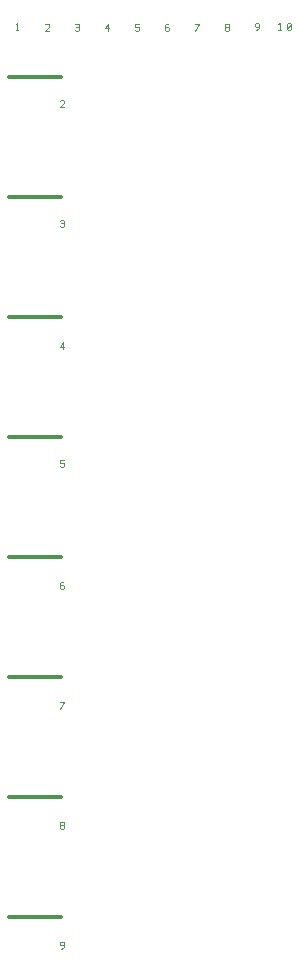
<source format=gbr>
G04 DesignSpark PCB Gerber Version 10.0 Build 5299*
%FSLAX35Y35*%
%MOIN*%
%ADD84C,0.00100*%
%ADD127C,0.01200*%
X0Y0D02*
D02*
D84*
X22237Y321137D02*
X23024D01*
X22631D02*
Y323500D01*
X22237Y323106D01*
X33418Y320947D02*
X31843D01*
X33221Y322325D01*
X33418Y322719D01*
X33221Y323113D01*
X32828Y323309D01*
X32237D01*
X31843Y323113D01*
X37429Y14936D02*
X37823Y15133D01*
X38217Y15527D01*
X38413Y16117D01*
Y16708D01*
X38217Y17102D01*
X37823Y17298D01*
X37429D01*
X37035Y17102D01*
X36839Y16708D01*
X37035Y16314D01*
X37429Y16117D01*
X37823D01*
X38217Y16314D01*
X38413Y16708D01*
X37429Y56105D02*
X37823D01*
X38217Y56302D01*
X38413Y56695D01*
X38217Y57089D01*
X37823Y57286D01*
X37429D01*
X37035Y57089D01*
X36839Y56695D01*
X37035Y56302D01*
X37429Y56105D01*
X37035Y55908D01*
X36839Y55514D01*
X37035Y55120D01*
X37429Y54924D01*
X37823D01*
X38217Y55120D01*
X38413Y55514D01*
X38217Y55908D01*
X37823Y56105D01*
X36839Y94911D02*
X38413Y97273D01*
X36839D01*
Y135489D02*
X37035Y135883D01*
X37429Y136080D01*
X37823D01*
X38217Y135883D01*
X38413Y135489D01*
X38217Y135095D01*
X37823Y134898D01*
X37429D01*
X37035Y135095D01*
X36839Y135489D01*
Y136080D01*
X37035Y136670D01*
X37429Y137064D01*
X37823Y137261D01*
X36839Y175707D02*
X37232Y175511D01*
X37823D01*
X38217Y175707D01*
X38413Y176101D01*
Y176298D01*
X38217Y176692D01*
X37823Y176889D01*
X36839D01*
Y177873D01*
X38413D01*
X37823Y214873D02*
Y217235D01*
X36839Y215661D01*
X38413D01*
X37035Y255682D02*
X37429Y255485D01*
X37823D01*
X38217Y255682D01*
X38413Y256076D01*
X38217Y256470D01*
X37823Y256667D01*
X37429D01*
X37823D02*
X38217Y256863D01*
X38413Y257257D01*
X38217Y257651D01*
X37823Y257848D01*
X37429D01*
X37035Y257651D01*
X38413Y295473D02*
X36839D01*
X38217Y296851D01*
X38413Y297244D01*
X38217Y297638D01*
X37823Y297835D01*
X37232D01*
X36839Y297638D01*
X42040Y321144D02*
X42434Y320947D01*
X42828D01*
X43221Y321144D01*
X43418Y321538D01*
X43221Y321931D01*
X42828Y322128D01*
X42434D01*
X42828D02*
X43221Y322325D01*
X43418Y322719D01*
X43221Y323113D01*
X42828Y323309D01*
X42434D01*
X42040Y323113D01*
X52828Y320947D02*
Y323309D01*
X51843Y321735D01*
X53418D01*
X61843Y321144D02*
X62237Y320947D01*
X62828D01*
X63221Y321144D01*
X63418Y321538D01*
Y321735D01*
X63221Y322128D01*
X62828Y322325D01*
X61843D01*
Y323309D01*
X63418D01*
X71828Y321538D02*
X72024Y321931D01*
X72418Y322128D01*
X72812D01*
X73206Y321931D01*
X73402Y321538D01*
X73206Y321144D01*
X72812Y320947D01*
X72418D01*
X72024Y321144D01*
X71828Y321538D01*
Y322128D01*
X72024Y322719D01*
X72418Y323113D01*
X72812Y323309D01*
X81824Y320947D02*
X83399Y323309D01*
X81824D01*
X92434Y322128D02*
X92828D01*
X93221Y322325D01*
X93418Y322719D01*
X93221Y323113D01*
X92828Y323309D01*
X92434D01*
X92040Y323113D01*
X91843Y322719D01*
X92040Y322325D01*
X92434Y322128D01*
X92040Y321931D01*
X91843Y321538D01*
X92040Y321144D01*
X92434Y320947D01*
X92828D01*
X93221Y321144D01*
X93418Y321538D01*
X93221Y321931D01*
X92828Y322128D01*
X102434Y321137D02*
X102828Y321334D01*
X103221Y321728D01*
X103418Y322319D01*
Y322909D01*
X103221Y323303D01*
X102828Y323500D01*
X102434D01*
X102040Y323303D01*
X101843Y322909D01*
X102040Y322515D01*
X102434Y322319D01*
X102828D01*
X103221Y322515D01*
X103418Y322909D01*
X109737Y321137D02*
X110524D01*
X110131D02*
Y323500D01*
X109737Y323106D01*
X112690Y321334D02*
X113083Y321137D01*
X113477D01*
X113871Y321334D01*
X114068Y321728D01*
Y322909D01*
X113871Y323303D01*
X113477Y323500D01*
X113083D01*
X112690Y323303D01*
X112493Y322909D01*
Y321728D01*
X112690Y321334D01*
X113871Y323303D01*
D02*
D127*
X19921Y25547D02*
X37421D01*
X19921Y65547D02*
X37421D01*
X19921Y105547D02*
X37421D01*
X19921Y145547D02*
X37421D01*
X19921Y185547D02*
X37421D01*
X19921Y225547D02*
X37421D01*
X19921Y265547D02*
X37421D01*
X19921Y305547D02*
X37421D01*
X0Y0D02*
M02*

</source>
